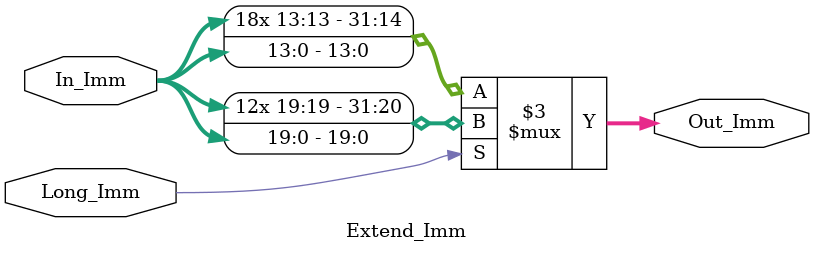
<source format=v>
module Extend_Imm (
	input signed [19:0] In_Imm,
	input Long_Imm,
	output reg signed [31:0] Out_Imm
);

//Range = [-524288, 524287]

always @ (In_Imm or Long_Imm)
begin
	if (Long_Imm)
	begin
		Out_Imm <= {{12{In_Imm[19]}},In_Imm};
	end else
	begin
		Out_Imm <= {{18{In_Imm[13]}},In_Imm[13:0]};
	end
end

endmodule
</source>
